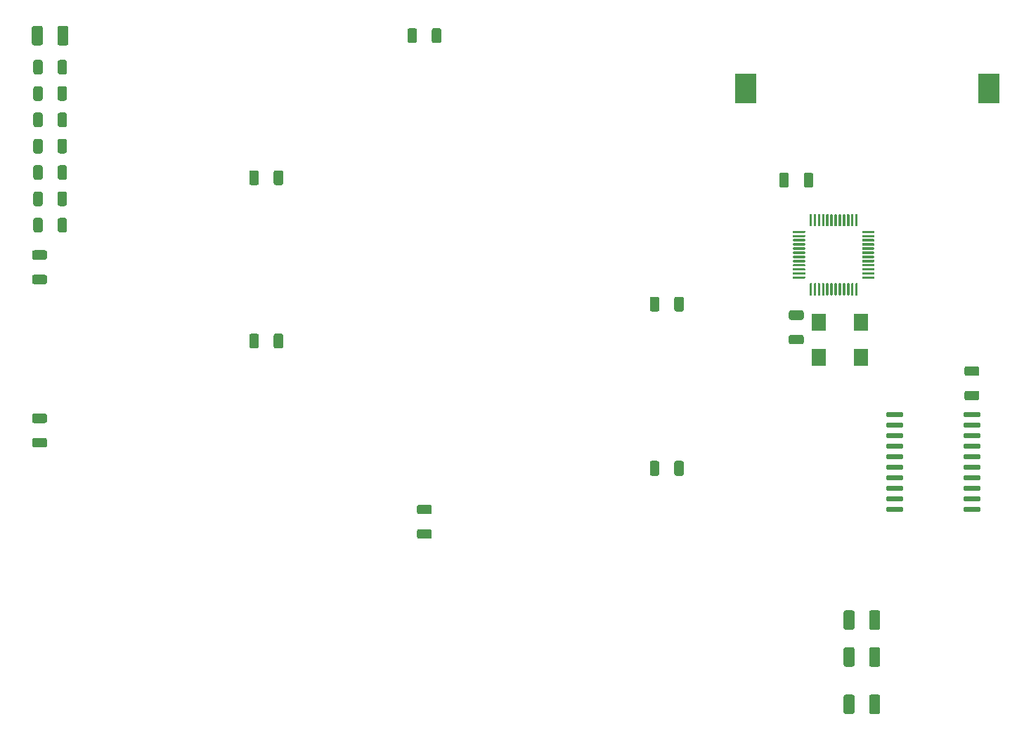
<source format=gbr>
%TF.GenerationSoftware,KiCad,Pcbnew,(5.1.9)-1*%
%TF.CreationDate,2021-09-28T09:37:07+08:00*%
%TF.ProjectId,EX-HX-Combo,45582d48-582d-4436-9f6d-626f2e6b6963,rev?*%
%TF.SameCoordinates,Original*%
%TF.FileFunction,Paste,Top*%
%TF.FilePolarity,Positive*%
%FSLAX46Y46*%
G04 Gerber Fmt 4.6, Leading zero omitted, Abs format (unit mm)*
G04 Created by KiCad (PCBNEW (5.1.9)-1) date 2021-09-28 09:37:07*
%MOMM*%
%LPD*%
G01*
G04 APERTURE LIST*
%ADD10R,1.800000X2.000000*%
%ADD11R,2.600000X3.600000*%
G04 APERTURE END LIST*
%TO.C,U7*%
G36*
G01*
X236375000Y-89660000D02*
X236375000Y-89360000D01*
G75*
G02*
X236525000Y-89210000I150000J0D01*
G01*
X238275000Y-89210000D01*
G75*
G02*
X238425000Y-89360000I0J-150000D01*
G01*
X238425000Y-89660000D01*
G75*
G02*
X238275000Y-89810000I-150000J0D01*
G01*
X236525000Y-89810000D01*
G75*
G02*
X236375000Y-89660000I0J150000D01*
G01*
G37*
G36*
G01*
X236375000Y-90930000D02*
X236375000Y-90630000D01*
G75*
G02*
X236525000Y-90480000I150000J0D01*
G01*
X238275000Y-90480000D01*
G75*
G02*
X238425000Y-90630000I0J-150000D01*
G01*
X238425000Y-90930000D01*
G75*
G02*
X238275000Y-91080000I-150000J0D01*
G01*
X236525000Y-91080000D01*
G75*
G02*
X236375000Y-90930000I0J150000D01*
G01*
G37*
G36*
G01*
X236375000Y-92200000D02*
X236375000Y-91900000D01*
G75*
G02*
X236525000Y-91750000I150000J0D01*
G01*
X238275000Y-91750000D01*
G75*
G02*
X238425000Y-91900000I0J-150000D01*
G01*
X238425000Y-92200000D01*
G75*
G02*
X238275000Y-92350000I-150000J0D01*
G01*
X236525000Y-92350000D01*
G75*
G02*
X236375000Y-92200000I0J150000D01*
G01*
G37*
G36*
G01*
X236375000Y-93470000D02*
X236375000Y-93170000D01*
G75*
G02*
X236525000Y-93020000I150000J0D01*
G01*
X238275000Y-93020000D01*
G75*
G02*
X238425000Y-93170000I0J-150000D01*
G01*
X238425000Y-93470000D01*
G75*
G02*
X238275000Y-93620000I-150000J0D01*
G01*
X236525000Y-93620000D01*
G75*
G02*
X236375000Y-93470000I0J150000D01*
G01*
G37*
G36*
G01*
X236375000Y-94740000D02*
X236375000Y-94440000D01*
G75*
G02*
X236525000Y-94290000I150000J0D01*
G01*
X238275000Y-94290000D01*
G75*
G02*
X238425000Y-94440000I0J-150000D01*
G01*
X238425000Y-94740000D01*
G75*
G02*
X238275000Y-94890000I-150000J0D01*
G01*
X236525000Y-94890000D01*
G75*
G02*
X236375000Y-94740000I0J150000D01*
G01*
G37*
G36*
G01*
X236375000Y-96010000D02*
X236375000Y-95710000D01*
G75*
G02*
X236525000Y-95560000I150000J0D01*
G01*
X238275000Y-95560000D01*
G75*
G02*
X238425000Y-95710000I0J-150000D01*
G01*
X238425000Y-96010000D01*
G75*
G02*
X238275000Y-96160000I-150000J0D01*
G01*
X236525000Y-96160000D01*
G75*
G02*
X236375000Y-96010000I0J150000D01*
G01*
G37*
G36*
G01*
X236375000Y-97280000D02*
X236375000Y-96980000D01*
G75*
G02*
X236525000Y-96830000I150000J0D01*
G01*
X238275000Y-96830000D01*
G75*
G02*
X238425000Y-96980000I0J-150000D01*
G01*
X238425000Y-97280000D01*
G75*
G02*
X238275000Y-97430000I-150000J0D01*
G01*
X236525000Y-97430000D01*
G75*
G02*
X236375000Y-97280000I0J150000D01*
G01*
G37*
G36*
G01*
X236375000Y-98550000D02*
X236375000Y-98250000D01*
G75*
G02*
X236525000Y-98100000I150000J0D01*
G01*
X238275000Y-98100000D01*
G75*
G02*
X238425000Y-98250000I0J-150000D01*
G01*
X238425000Y-98550000D01*
G75*
G02*
X238275000Y-98700000I-150000J0D01*
G01*
X236525000Y-98700000D01*
G75*
G02*
X236375000Y-98550000I0J150000D01*
G01*
G37*
G36*
G01*
X236375000Y-99820000D02*
X236375000Y-99520000D01*
G75*
G02*
X236525000Y-99370000I150000J0D01*
G01*
X238275000Y-99370000D01*
G75*
G02*
X238425000Y-99520000I0J-150000D01*
G01*
X238425000Y-99820000D01*
G75*
G02*
X238275000Y-99970000I-150000J0D01*
G01*
X236525000Y-99970000D01*
G75*
G02*
X236375000Y-99820000I0J150000D01*
G01*
G37*
G36*
G01*
X236375000Y-101090000D02*
X236375000Y-100790000D01*
G75*
G02*
X236525000Y-100640000I150000J0D01*
G01*
X238275000Y-100640000D01*
G75*
G02*
X238425000Y-100790000I0J-150000D01*
G01*
X238425000Y-101090000D01*
G75*
G02*
X238275000Y-101240000I-150000J0D01*
G01*
X236525000Y-101240000D01*
G75*
G02*
X236375000Y-101090000I0J150000D01*
G01*
G37*
G36*
G01*
X227075000Y-101090000D02*
X227075000Y-100790000D01*
G75*
G02*
X227225000Y-100640000I150000J0D01*
G01*
X228975000Y-100640000D01*
G75*
G02*
X229125000Y-100790000I0J-150000D01*
G01*
X229125000Y-101090000D01*
G75*
G02*
X228975000Y-101240000I-150000J0D01*
G01*
X227225000Y-101240000D01*
G75*
G02*
X227075000Y-101090000I0J150000D01*
G01*
G37*
G36*
G01*
X227075000Y-99820000D02*
X227075000Y-99520000D01*
G75*
G02*
X227225000Y-99370000I150000J0D01*
G01*
X228975000Y-99370000D01*
G75*
G02*
X229125000Y-99520000I0J-150000D01*
G01*
X229125000Y-99820000D01*
G75*
G02*
X228975000Y-99970000I-150000J0D01*
G01*
X227225000Y-99970000D01*
G75*
G02*
X227075000Y-99820000I0J150000D01*
G01*
G37*
G36*
G01*
X227075000Y-98550000D02*
X227075000Y-98250000D01*
G75*
G02*
X227225000Y-98100000I150000J0D01*
G01*
X228975000Y-98100000D01*
G75*
G02*
X229125000Y-98250000I0J-150000D01*
G01*
X229125000Y-98550000D01*
G75*
G02*
X228975000Y-98700000I-150000J0D01*
G01*
X227225000Y-98700000D01*
G75*
G02*
X227075000Y-98550000I0J150000D01*
G01*
G37*
G36*
G01*
X227075000Y-97280000D02*
X227075000Y-96980000D01*
G75*
G02*
X227225000Y-96830000I150000J0D01*
G01*
X228975000Y-96830000D01*
G75*
G02*
X229125000Y-96980000I0J-150000D01*
G01*
X229125000Y-97280000D01*
G75*
G02*
X228975000Y-97430000I-150000J0D01*
G01*
X227225000Y-97430000D01*
G75*
G02*
X227075000Y-97280000I0J150000D01*
G01*
G37*
G36*
G01*
X227075000Y-96010000D02*
X227075000Y-95710000D01*
G75*
G02*
X227225000Y-95560000I150000J0D01*
G01*
X228975000Y-95560000D01*
G75*
G02*
X229125000Y-95710000I0J-150000D01*
G01*
X229125000Y-96010000D01*
G75*
G02*
X228975000Y-96160000I-150000J0D01*
G01*
X227225000Y-96160000D01*
G75*
G02*
X227075000Y-96010000I0J150000D01*
G01*
G37*
G36*
G01*
X227075000Y-94740000D02*
X227075000Y-94440000D01*
G75*
G02*
X227225000Y-94290000I150000J0D01*
G01*
X228975000Y-94290000D01*
G75*
G02*
X229125000Y-94440000I0J-150000D01*
G01*
X229125000Y-94740000D01*
G75*
G02*
X228975000Y-94890000I-150000J0D01*
G01*
X227225000Y-94890000D01*
G75*
G02*
X227075000Y-94740000I0J150000D01*
G01*
G37*
G36*
G01*
X227075000Y-93470000D02*
X227075000Y-93170000D01*
G75*
G02*
X227225000Y-93020000I150000J0D01*
G01*
X228975000Y-93020000D01*
G75*
G02*
X229125000Y-93170000I0J-150000D01*
G01*
X229125000Y-93470000D01*
G75*
G02*
X228975000Y-93620000I-150000J0D01*
G01*
X227225000Y-93620000D01*
G75*
G02*
X227075000Y-93470000I0J150000D01*
G01*
G37*
G36*
G01*
X227075000Y-92200000D02*
X227075000Y-91900000D01*
G75*
G02*
X227225000Y-91750000I150000J0D01*
G01*
X228975000Y-91750000D01*
G75*
G02*
X229125000Y-91900000I0J-150000D01*
G01*
X229125000Y-92200000D01*
G75*
G02*
X228975000Y-92350000I-150000J0D01*
G01*
X227225000Y-92350000D01*
G75*
G02*
X227075000Y-92200000I0J150000D01*
G01*
G37*
G36*
G01*
X227075000Y-90930000D02*
X227075000Y-90630000D01*
G75*
G02*
X227225000Y-90480000I150000J0D01*
G01*
X228975000Y-90480000D01*
G75*
G02*
X229125000Y-90630000I0J-150000D01*
G01*
X229125000Y-90930000D01*
G75*
G02*
X228975000Y-91080000I-150000J0D01*
G01*
X227225000Y-91080000D01*
G75*
G02*
X227075000Y-90930000I0J150000D01*
G01*
G37*
G36*
G01*
X227075000Y-89660000D02*
X227075000Y-89360000D01*
G75*
G02*
X227225000Y-89210000I150000J0D01*
G01*
X228975000Y-89210000D01*
G75*
G02*
X229125000Y-89360000I0J-150000D01*
G01*
X229125000Y-89660000D01*
G75*
G02*
X228975000Y-89810000I-150000J0D01*
G01*
X227225000Y-89810000D01*
G75*
G02*
X227075000Y-89660000I0J150000D01*
G01*
G37*
%TD*%
D10*
%TO.C,U3*%
X218960000Y-82600000D03*
X224040000Y-82600000D03*
X224040000Y-78400000D03*
X218960000Y-78400000D03*
%TD*%
%TO.C,U6*%
G36*
G01*
X217850000Y-66750000D02*
X217850000Y-65425000D01*
G75*
G02*
X217925000Y-65350000I75000J0D01*
G01*
X218075000Y-65350000D01*
G75*
G02*
X218150000Y-65425000I0J-75000D01*
G01*
X218150000Y-66750000D01*
G75*
G02*
X218075000Y-66825000I-75000J0D01*
G01*
X217925000Y-66825000D01*
G75*
G02*
X217850000Y-66750000I0J75000D01*
G01*
G37*
G36*
G01*
X218350000Y-66750000D02*
X218350000Y-65425000D01*
G75*
G02*
X218425000Y-65350000I75000J0D01*
G01*
X218575000Y-65350000D01*
G75*
G02*
X218650000Y-65425000I0J-75000D01*
G01*
X218650000Y-66750000D01*
G75*
G02*
X218575000Y-66825000I-75000J0D01*
G01*
X218425000Y-66825000D01*
G75*
G02*
X218350000Y-66750000I0J75000D01*
G01*
G37*
G36*
G01*
X218850000Y-66750000D02*
X218850000Y-65425000D01*
G75*
G02*
X218925000Y-65350000I75000J0D01*
G01*
X219075000Y-65350000D01*
G75*
G02*
X219150000Y-65425000I0J-75000D01*
G01*
X219150000Y-66750000D01*
G75*
G02*
X219075000Y-66825000I-75000J0D01*
G01*
X218925000Y-66825000D01*
G75*
G02*
X218850000Y-66750000I0J75000D01*
G01*
G37*
G36*
G01*
X219350000Y-66750000D02*
X219350000Y-65425000D01*
G75*
G02*
X219425000Y-65350000I75000J0D01*
G01*
X219575000Y-65350000D01*
G75*
G02*
X219650000Y-65425000I0J-75000D01*
G01*
X219650000Y-66750000D01*
G75*
G02*
X219575000Y-66825000I-75000J0D01*
G01*
X219425000Y-66825000D01*
G75*
G02*
X219350000Y-66750000I0J75000D01*
G01*
G37*
G36*
G01*
X219850000Y-66750000D02*
X219850000Y-65425000D01*
G75*
G02*
X219925000Y-65350000I75000J0D01*
G01*
X220075000Y-65350000D01*
G75*
G02*
X220150000Y-65425000I0J-75000D01*
G01*
X220150000Y-66750000D01*
G75*
G02*
X220075000Y-66825000I-75000J0D01*
G01*
X219925000Y-66825000D01*
G75*
G02*
X219850000Y-66750000I0J75000D01*
G01*
G37*
G36*
G01*
X220350000Y-66750000D02*
X220350000Y-65425000D01*
G75*
G02*
X220425000Y-65350000I75000J0D01*
G01*
X220575000Y-65350000D01*
G75*
G02*
X220650000Y-65425000I0J-75000D01*
G01*
X220650000Y-66750000D01*
G75*
G02*
X220575000Y-66825000I-75000J0D01*
G01*
X220425000Y-66825000D01*
G75*
G02*
X220350000Y-66750000I0J75000D01*
G01*
G37*
G36*
G01*
X220850000Y-66750000D02*
X220850000Y-65425000D01*
G75*
G02*
X220925000Y-65350000I75000J0D01*
G01*
X221075000Y-65350000D01*
G75*
G02*
X221150000Y-65425000I0J-75000D01*
G01*
X221150000Y-66750000D01*
G75*
G02*
X221075000Y-66825000I-75000J0D01*
G01*
X220925000Y-66825000D01*
G75*
G02*
X220850000Y-66750000I0J75000D01*
G01*
G37*
G36*
G01*
X221350000Y-66750000D02*
X221350000Y-65425000D01*
G75*
G02*
X221425000Y-65350000I75000J0D01*
G01*
X221575000Y-65350000D01*
G75*
G02*
X221650000Y-65425000I0J-75000D01*
G01*
X221650000Y-66750000D01*
G75*
G02*
X221575000Y-66825000I-75000J0D01*
G01*
X221425000Y-66825000D01*
G75*
G02*
X221350000Y-66750000I0J75000D01*
G01*
G37*
G36*
G01*
X221850000Y-66750000D02*
X221850000Y-65425000D01*
G75*
G02*
X221925000Y-65350000I75000J0D01*
G01*
X222075000Y-65350000D01*
G75*
G02*
X222150000Y-65425000I0J-75000D01*
G01*
X222150000Y-66750000D01*
G75*
G02*
X222075000Y-66825000I-75000J0D01*
G01*
X221925000Y-66825000D01*
G75*
G02*
X221850000Y-66750000I0J75000D01*
G01*
G37*
G36*
G01*
X222350000Y-66750000D02*
X222350000Y-65425000D01*
G75*
G02*
X222425000Y-65350000I75000J0D01*
G01*
X222575000Y-65350000D01*
G75*
G02*
X222650000Y-65425000I0J-75000D01*
G01*
X222650000Y-66750000D01*
G75*
G02*
X222575000Y-66825000I-75000J0D01*
G01*
X222425000Y-66825000D01*
G75*
G02*
X222350000Y-66750000I0J75000D01*
G01*
G37*
G36*
G01*
X222850000Y-66750000D02*
X222850000Y-65425000D01*
G75*
G02*
X222925000Y-65350000I75000J0D01*
G01*
X223075000Y-65350000D01*
G75*
G02*
X223150000Y-65425000I0J-75000D01*
G01*
X223150000Y-66750000D01*
G75*
G02*
X223075000Y-66825000I-75000J0D01*
G01*
X222925000Y-66825000D01*
G75*
G02*
X222850000Y-66750000I0J75000D01*
G01*
G37*
G36*
G01*
X223350000Y-66750000D02*
X223350000Y-65425000D01*
G75*
G02*
X223425000Y-65350000I75000J0D01*
G01*
X223575000Y-65350000D01*
G75*
G02*
X223650000Y-65425000I0J-75000D01*
G01*
X223650000Y-66750000D01*
G75*
G02*
X223575000Y-66825000I-75000J0D01*
G01*
X223425000Y-66825000D01*
G75*
G02*
X223350000Y-66750000I0J75000D01*
G01*
G37*
G36*
G01*
X224175000Y-67575000D02*
X224175000Y-67425000D01*
G75*
G02*
X224250000Y-67350000I75000J0D01*
G01*
X225575000Y-67350000D01*
G75*
G02*
X225650000Y-67425000I0J-75000D01*
G01*
X225650000Y-67575000D01*
G75*
G02*
X225575000Y-67650000I-75000J0D01*
G01*
X224250000Y-67650000D01*
G75*
G02*
X224175000Y-67575000I0J75000D01*
G01*
G37*
G36*
G01*
X224175000Y-68075000D02*
X224175000Y-67925000D01*
G75*
G02*
X224250000Y-67850000I75000J0D01*
G01*
X225575000Y-67850000D01*
G75*
G02*
X225650000Y-67925000I0J-75000D01*
G01*
X225650000Y-68075000D01*
G75*
G02*
X225575000Y-68150000I-75000J0D01*
G01*
X224250000Y-68150000D01*
G75*
G02*
X224175000Y-68075000I0J75000D01*
G01*
G37*
G36*
G01*
X224175000Y-68575000D02*
X224175000Y-68425000D01*
G75*
G02*
X224250000Y-68350000I75000J0D01*
G01*
X225575000Y-68350000D01*
G75*
G02*
X225650000Y-68425000I0J-75000D01*
G01*
X225650000Y-68575000D01*
G75*
G02*
X225575000Y-68650000I-75000J0D01*
G01*
X224250000Y-68650000D01*
G75*
G02*
X224175000Y-68575000I0J75000D01*
G01*
G37*
G36*
G01*
X224175000Y-69075000D02*
X224175000Y-68925000D01*
G75*
G02*
X224250000Y-68850000I75000J0D01*
G01*
X225575000Y-68850000D01*
G75*
G02*
X225650000Y-68925000I0J-75000D01*
G01*
X225650000Y-69075000D01*
G75*
G02*
X225575000Y-69150000I-75000J0D01*
G01*
X224250000Y-69150000D01*
G75*
G02*
X224175000Y-69075000I0J75000D01*
G01*
G37*
G36*
G01*
X224175000Y-69575000D02*
X224175000Y-69425000D01*
G75*
G02*
X224250000Y-69350000I75000J0D01*
G01*
X225575000Y-69350000D01*
G75*
G02*
X225650000Y-69425000I0J-75000D01*
G01*
X225650000Y-69575000D01*
G75*
G02*
X225575000Y-69650000I-75000J0D01*
G01*
X224250000Y-69650000D01*
G75*
G02*
X224175000Y-69575000I0J75000D01*
G01*
G37*
G36*
G01*
X224175000Y-70075000D02*
X224175000Y-69925000D01*
G75*
G02*
X224250000Y-69850000I75000J0D01*
G01*
X225575000Y-69850000D01*
G75*
G02*
X225650000Y-69925000I0J-75000D01*
G01*
X225650000Y-70075000D01*
G75*
G02*
X225575000Y-70150000I-75000J0D01*
G01*
X224250000Y-70150000D01*
G75*
G02*
X224175000Y-70075000I0J75000D01*
G01*
G37*
G36*
G01*
X224175000Y-70575000D02*
X224175000Y-70425000D01*
G75*
G02*
X224250000Y-70350000I75000J0D01*
G01*
X225575000Y-70350000D01*
G75*
G02*
X225650000Y-70425000I0J-75000D01*
G01*
X225650000Y-70575000D01*
G75*
G02*
X225575000Y-70650000I-75000J0D01*
G01*
X224250000Y-70650000D01*
G75*
G02*
X224175000Y-70575000I0J75000D01*
G01*
G37*
G36*
G01*
X224175000Y-71075000D02*
X224175000Y-70925000D01*
G75*
G02*
X224250000Y-70850000I75000J0D01*
G01*
X225575000Y-70850000D01*
G75*
G02*
X225650000Y-70925000I0J-75000D01*
G01*
X225650000Y-71075000D01*
G75*
G02*
X225575000Y-71150000I-75000J0D01*
G01*
X224250000Y-71150000D01*
G75*
G02*
X224175000Y-71075000I0J75000D01*
G01*
G37*
G36*
G01*
X224175000Y-71575000D02*
X224175000Y-71425000D01*
G75*
G02*
X224250000Y-71350000I75000J0D01*
G01*
X225575000Y-71350000D01*
G75*
G02*
X225650000Y-71425000I0J-75000D01*
G01*
X225650000Y-71575000D01*
G75*
G02*
X225575000Y-71650000I-75000J0D01*
G01*
X224250000Y-71650000D01*
G75*
G02*
X224175000Y-71575000I0J75000D01*
G01*
G37*
G36*
G01*
X224175000Y-72075000D02*
X224175000Y-71925000D01*
G75*
G02*
X224250000Y-71850000I75000J0D01*
G01*
X225575000Y-71850000D01*
G75*
G02*
X225650000Y-71925000I0J-75000D01*
G01*
X225650000Y-72075000D01*
G75*
G02*
X225575000Y-72150000I-75000J0D01*
G01*
X224250000Y-72150000D01*
G75*
G02*
X224175000Y-72075000I0J75000D01*
G01*
G37*
G36*
G01*
X224175000Y-72575000D02*
X224175000Y-72425000D01*
G75*
G02*
X224250000Y-72350000I75000J0D01*
G01*
X225575000Y-72350000D01*
G75*
G02*
X225650000Y-72425000I0J-75000D01*
G01*
X225650000Y-72575000D01*
G75*
G02*
X225575000Y-72650000I-75000J0D01*
G01*
X224250000Y-72650000D01*
G75*
G02*
X224175000Y-72575000I0J75000D01*
G01*
G37*
G36*
G01*
X224175000Y-73075000D02*
X224175000Y-72925000D01*
G75*
G02*
X224250000Y-72850000I75000J0D01*
G01*
X225575000Y-72850000D01*
G75*
G02*
X225650000Y-72925000I0J-75000D01*
G01*
X225650000Y-73075000D01*
G75*
G02*
X225575000Y-73150000I-75000J0D01*
G01*
X224250000Y-73150000D01*
G75*
G02*
X224175000Y-73075000I0J75000D01*
G01*
G37*
G36*
G01*
X223350000Y-75075000D02*
X223350000Y-73750000D01*
G75*
G02*
X223425000Y-73675000I75000J0D01*
G01*
X223575000Y-73675000D01*
G75*
G02*
X223650000Y-73750000I0J-75000D01*
G01*
X223650000Y-75075000D01*
G75*
G02*
X223575000Y-75150000I-75000J0D01*
G01*
X223425000Y-75150000D01*
G75*
G02*
X223350000Y-75075000I0J75000D01*
G01*
G37*
G36*
G01*
X222850000Y-75075000D02*
X222850000Y-73750000D01*
G75*
G02*
X222925000Y-73675000I75000J0D01*
G01*
X223075000Y-73675000D01*
G75*
G02*
X223150000Y-73750000I0J-75000D01*
G01*
X223150000Y-75075000D01*
G75*
G02*
X223075000Y-75150000I-75000J0D01*
G01*
X222925000Y-75150000D01*
G75*
G02*
X222850000Y-75075000I0J75000D01*
G01*
G37*
G36*
G01*
X222350000Y-75075000D02*
X222350000Y-73750000D01*
G75*
G02*
X222425000Y-73675000I75000J0D01*
G01*
X222575000Y-73675000D01*
G75*
G02*
X222650000Y-73750000I0J-75000D01*
G01*
X222650000Y-75075000D01*
G75*
G02*
X222575000Y-75150000I-75000J0D01*
G01*
X222425000Y-75150000D01*
G75*
G02*
X222350000Y-75075000I0J75000D01*
G01*
G37*
G36*
G01*
X221850000Y-75075000D02*
X221850000Y-73750000D01*
G75*
G02*
X221925000Y-73675000I75000J0D01*
G01*
X222075000Y-73675000D01*
G75*
G02*
X222150000Y-73750000I0J-75000D01*
G01*
X222150000Y-75075000D01*
G75*
G02*
X222075000Y-75150000I-75000J0D01*
G01*
X221925000Y-75150000D01*
G75*
G02*
X221850000Y-75075000I0J75000D01*
G01*
G37*
G36*
G01*
X221350000Y-75075000D02*
X221350000Y-73750000D01*
G75*
G02*
X221425000Y-73675000I75000J0D01*
G01*
X221575000Y-73675000D01*
G75*
G02*
X221650000Y-73750000I0J-75000D01*
G01*
X221650000Y-75075000D01*
G75*
G02*
X221575000Y-75150000I-75000J0D01*
G01*
X221425000Y-75150000D01*
G75*
G02*
X221350000Y-75075000I0J75000D01*
G01*
G37*
G36*
G01*
X220850000Y-75075000D02*
X220850000Y-73750000D01*
G75*
G02*
X220925000Y-73675000I75000J0D01*
G01*
X221075000Y-73675000D01*
G75*
G02*
X221150000Y-73750000I0J-75000D01*
G01*
X221150000Y-75075000D01*
G75*
G02*
X221075000Y-75150000I-75000J0D01*
G01*
X220925000Y-75150000D01*
G75*
G02*
X220850000Y-75075000I0J75000D01*
G01*
G37*
G36*
G01*
X220350000Y-75075000D02*
X220350000Y-73750000D01*
G75*
G02*
X220425000Y-73675000I75000J0D01*
G01*
X220575000Y-73675000D01*
G75*
G02*
X220650000Y-73750000I0J-75000D01*
G01*
X220650000Y-75075000D01*
G75*
G02*
X220575000Y-75150000I-75000J0D01*
G01*
X220425000Y-75150000D01*
G75*
G02*
X220350000Y-75075000I0J75000D01*
G01*
G37*
G36*
G01*
X219850000Y-75075000D02*
X219850000Y-73750000D01*
G75*
G02*
X219925000Y-73675000I75000J0D01*
G01*
X220075000Y-73675000D01*
G75*
G02*
X220150000Y-73750000I0J-75000D01*
G01*
X220150000Y-75075000D01*
G75*
G02*
X220075000Y-75150000I-75000J0D01*
G01*
X219925000Y-75150000D01*
G75*
G02*
X219850000Y-75075000I0J75000D01*
G01*
G37*
G36*
G01*
X219350000Y-75075000D02*
X219350000Y-73750000D01*
G75*
G02*
X219425000Y-73675000I75000J0D01*
G01*
X219575000Y-73675000D01*
G75*
G02*
X219650000Y-73750000I0J-75000D01*
G01*
X219650000Y-75075000D01*
G75*
G02*
X219575000Y-75150000I-75000J0D01*
G01*
X219425000Y-75150000D01*
G75*
G02*
X219350000Y-75075000I0J75000D01*
G01*
G37*
G36*
G01*
X218850000Y-75075000D02*
X218850000Y-73750000D01*
G75*
G02*
X218925000Y-73675000I75000J0D01*
G01*
X219075000Y-73675000D01*
G75*
G02*
X219150000Y-73750000I0J-75000D01*
G01*
X219150000Y-75075000D01*
G75*
G02*
X219075000Y-75150000I-75000J0D01*
G01*
X218925000Y-75150000D01*
G75*
G02*
X218850000Y-75075000I0J75000D01*
G01*
G37*
G36*
G01*
X218350000Y-75075000D02*
X218350000Y-73750000D01*
G75*
G02*
X218425000Y-73675000I75000J0D01*
G01*
X218575000Y-73675000D01*
G75*
G02*
X218650000Y-73750000I0J-75000D01*
G01*
X218650000Y-75075000D01*
G75*
G02*
X218575000Y-75150000I-75000J0D01*
G01*
X218425000Y-75150000D01*
G75*
G02*
X218350000Y-75075000I0J75000D01*
G01*
G37*
G36*
G01*
X217850000Y-75075000D02*
X217850000Y-73750000D01*
G75*
G02*
X217925000Y-73675000I75000J0D01*
G01*
X218075000Y-73675000D01*
G75*
G02*
X218150000Y-73750000I0J-75000D01*
G01*
X218150000Y-75075000D01*
G75*
G02*
X218075000Y-75150000I-75000J0D01*
G01*
X217925000Y-75150000D01*
G75*
G02*
X217850000Y-75075000I0J75000D01*
G01*
G37*
G36*
G01*
X215850000Y-73075000D02*
X215850000Y-72925000D01*
G75*
G02*
X215925000Y-72850000I75000J0D01*
G01*
X217250000Y-72850000D01*
G75*
G02*
X217325000Y-72925000I0J-75000D01*
G01*
X217325000Y-73075000D01*
G75*
G02*
X217250000Y-73150000I-75000J0D01*
G01*
X215925000Y-73150000D01*
G75*
G02*
X215850000Y-73075000I0J75000D01*
G01*
G37*
G36*
G01*
X215850000Y-72575000D02*
X215850000Y-72425000D01*
G75*
G02*
X215925000Y-72350000I75000J0D01*
G01*
X217250000Y-72350000D01*
G75*
G02*
X217325000Y-72425000I0J-75000D01*
G01*
X217325000Y-72575000D01*
G75*
G02*
X217250000Y-72650000I-75000J0D01*
G01*
X215925000Y-72650000D01*
G75*
G02*
X215850000Y-72575000I0J75000D01*
G01*
G37*
G36*
G01*
X215850000Y-72075000D02*
X215850000Y-71925000D01*
G75*
G02*
X215925000Y-71850000I75000J0D01*
G01*
X217250000Y-71850000D01*
G75*
G02*
X217325000Y-71925000I0J-75000D01*
G01*
X217325000Y-72075000D01*
G75*
G02*
X217250000Y-72150000I-75000J0D01*
G01*
X215925000Y-72150000D01*
G75*
G02*
X215850000Y-72075000I0J75000D01*
G01*
G37*
G36*
G01*
X215850000Y-71575000D02*
X215850000Y-71425000D01*
G75*
G02*
X215925000Y-71350000I75000J0D01*
G01*
X217250000Y-71350000D01*
G75*
G02*
X217325000Y-71425000I0J-75000D01*
G01*
X217325000Y-71575000D01*
G75*
G02*
X217250000Y-71650000I-75000J0D01*
G01*
X215925000Y-71650000D01*
G75*
G02*
X215850000Y-71575000I0J75000D01*
G01*
G37*
G36*
G01*
X215850000Y-71075000D02*
X215850000Y-70925000D01*
G75*
G02*
X215925000Y-70850000I75000J0D01*
G01*
X217250000Y-70850000D01*
G75*
G02*
X217325000Y-70925000I0J-75000D01*
G01*
X217325000Y-71075000D01*
G75*
G02*
X217250000Y-71150000I-75000J0D01*
G01*
X215925000Y-71150000D01*
G75*
G02*
X215850000Y-71075000I0J75000D01*
G01*
G37*
G36*
G01*
X215850000Y-70575000D02*
X215850000Y-70425000D01*
G75*
G02*
X215925000Y-70350000I75000J0D01*
G01*
X217250000Y-70350000D01*
G75*
G02*
X217325000Y-70425000I0J-75000D01*
G01*
X217325000Y-70575000D01*
G75*
G02*
X217250000Y-70650000I-75000J0D01*
G01*
X215925000Y-70650000D01*
G75*
G02*
X215850000Y-70575000I0J75000D01*
G01*
G37*
G36*
G01*
X215850000Y-70075000D02*
X215850000Y-69925000D01*
G75*
G02*
X215925000Y-69850000I75000J0D01*
G01*
X217250000Y-69850000D01*
G75*
G02*
X217325000Y-69925000I0J-75000D01*
G01*
X217325000Y-70075000D01*
G75*
G02*
X217250000Y-70150000I-75000J0D01*
G01*
X215925000Y-70150000D01*
G75*
G02*
X215850000Y-70075000I0J75000D01*
G01*
G37*
G36*
G01*
X215850000Y-69575000D02*
X215850000Y-69425000D01*
G75*
G02*
X215925000Y-69350000I75000J0D01*
G01*
X217250000Y-69350000D01*
G75*
G02*
X217325000Y-69425000I0J-75000D01*
G01*
X217325000Y-69575000D01*
G75*
G02*
X217250000Y-69650000I-75000J0D01*
G01*
X215925000Y-69650000D01*
G75*
G02*
X215850000Y-69575000I0J75000D01*
G01*
G37*
G36*
G01*
X215850000Y-69075000D02*
X215850000Y-68925000D01*
G75*
G02*
X215925000Y-68850000I75000J0D01*
G01*
X217250000Y-68850000D01*
G75*
G02*
X217325000Y-68925000I0J-75000D01*
G01*
X217325000Y-69075000D01*
G75*
G02*
X217250000Y-69150000I-75000J0D01*
G01*
X215925000Y-69150000D01*
G75*
G02*
X215850000Y-69075000I0J75000D01*
G01*
G37*
G36*
G01*
X215850000Y-68575000D02*
X215850000Y-68425000D01*
G75*
G02*
X215925000Y-68350000I75000J0D01*
G01*
X217250000Y-68350000D01*
G75*
G02*
X217325000Y-68425000I0J-75000D01*
G01*
X217325000Y-68575000D01*
G75*
G02*
X217250000Y-68650000I-75000J0D01*
G01*
X215925000Y-68650000D01*
G75*
G02*
X215850000Y-68575000I0J75000D01*
G01*
G37*
G36*
G01*
X215850000Y-68075000D02*
X215850000Y-67925000D01*
G75*
G02*
X215925000Y-67850000I75000J0D01*
G01*
X217250000Y-67850000D01*
G75*
G02*
X217325000Y-67925000I0J-75000D01*
G01*
X217325000Y-68075000D01*
G75*
G02*
X217250000Y-68150000I-75000J0D01*
G01*
X215925000Y-68150000D01*
G75*
G02*
X215850000Y-68075000I0J75000D01*
G01*
G37*
G36*
G01*
X215850000Y-67575000D02*
X215850000Y-67425000D01*
G75*
G02*
X215925000Y-67350000I75000J0D01*
G01*
X217250000Y-67350000D01*
G75*
G02*
X217325000Y-67425000I0J-75000D01*
G01*
X217325000Y-67575000D01*
G75*
G02*
X217250000Y-67650000I-75000J0D01*
G01*
X215925000Y-67650000D01*
G75*
G02*
X215850000Y-67575000I0J75000D01*
G01*
G37*
%TD*%
%TO.C,C13*%
G36*
G01*
X127240000Y-44740003D02*
X127240000Y-42889997D01*
G75*
G02*
X127489997Y-42640000I249997J0D01*
G01*
X128315003Y-42640000D01*
G75*
G02*
X128565000Y-42889997I0J-249997D01*
G01*
X128565000Y-44740003D01*
G75*
G02*
X128315003Y-44990000I-249997J0D01*
G01*
X127489997Y-44990000D01*
G75*
G02*
X127240000Y-44740003I0J249997D01*
G01*
G37*
G36*
G01*
X124165000Y-44740003D02*
X124165000Y-42889997D01*
G75*
G02*
X124414997Y-42640000I249997J0D01*
G01*
X125240003Y-42640000D01*
G75*
G02*
X125490000Y-42889997I0J-249997D01*
G01*
X125490000Y-44740003D01*
G75*
G02*
X125240003Y-44990000I-249997J0D01*
G01*
X124414997Y-44990000D01*
G75*
G02*
X124165000Y-44740003I0J249997D01*
G01*
G37*
%TD*%
%TO.C,C14*%
G36*
G01*
X225030000Y-115225003D02*
X225030000Y-113374997D01*
G75*
G02*
X225279997Y-113125000I249997J0D01*
G01*
X226105003Y-113125000D01*
G75*
G02*
X226355000Y-113374997I0J-249997D01*
G01*
X226355000Y-115225003D01*
G75*
G02*
X226105003Y-115475000I-249997J0D01*
G01*
X225279997Y-115475000D01*
G75*
G02*
X225030000Y-115225003I0J249997D01*
G01*
G37*
G36*
G01*
X221955000Y-115225003D02*
X221955000Y-113374997D01*
G75*
G02*
X222204997Y-113125000I249997J0D01*
G01*
X223030003Y-113125000D01*
G75*
G02*
X223280000Y-113374997I0J-249997D01*
G01*
X223280000Y-115225003D01*
G75*
G02*
X223030003Y-115475000I-249997J0D01*
G01*
X222204997Y-115475000D01*
G75*
G02*
X221955000Y-115225003I0J249997D01*
G01*
G37*
%TD*%
%TO.C,C12*%
G36*
G01*
X225030000Y-125385003D02*
X225030000Y-123534997D01*
G75*
G02*
X225279997Y-123285000I249997J0D01*
G01*
X226105003Y-123285000D01*
G75*
G02*
X226355000Y-123534997I0J-249997D01*
G01*
X226355000Y-125385003D01*
G75*
G02*
X226105003Y-125635000I-249997J0D01*
G01*
X225279997Y-125635000D01*
G75*
G02*
X225030000Y-125385003I0J249997D01*
G01*
G37*
G36*
G01*
X221955000Y-125385003D02*
X221955000Y-123534997D01*
G75*
G02*
X222204997Y-123285000I249997J0D01*
G01*
X223030003Y-123285000D01*
G75*
G02*
X223280000Y-123534997I0J-249997D01*
G01*
X223280000Y-125385003D01*
G75*
G02*
X223030003Y-125635000I-249997J0D01*
G01*
X222204997Y-125635000D01*
G75*
G02*
X221955000Y-125385003I0J249997D01*
G01*
G37*
%TD*%
%TO.C,C15*%
G36*
G01*
X225030000Y-119670003D02*
X225030000Y-117819997D01*
G75*
G02*
X225279997Y-117570000I249997J0D01*
G01*
X226105003Y-117570000D01*
G75*
G02*
X226355000Y-117819997I0J-249997D01*
G01*
X226355000Y-119670003D01*
G75*
G02*
X226105003Y-119920000I-249997J0D01*
G01*
X225279997Y-119920000D01*
G75*
G02*
X225030000Y-119670003I0J249997D01*
G01*
G37*
G36*
G01*
X221955000Y-119670003D02*
X221955000Y-117819997D01*
G75*
G02*
X222204997Y-117570000I249997J0D01*
G01*
X223030003Y-117570000D01*
G75*
G02*
X223280000Y-117819997I0J-249997D01*
G01*
X223280000Y-119670003D01*
G75*
G02*
X223030003Y-119920000I-249997J0D01*
G01*
X222204997Y-119920000D01*
G75*
G02*
X221955000Y-119670003I0J249997D01*
G01*
G37*
%TD*%
%TO.C,C11*%
G36*
G01*
X199760000Y-75549999D02*
X199760000Y-76850001D01*
G75*
G02*
X199510001Y-77100000I-249999J0D01*
G01*
X198859999Y-77100000D01*
G75*
G02*
X198610000Y-76850001I0J249999D01*
G01*
X198610000Y-75549999D01*
G75*
G02*
X198859999Y-75300000I249999J0D01*
G01*
X199510001Y-75300000D01*
G75*
G02*
X199760000Y-75549999I0J-249999D01*
G01*
G37*
G36*
G01*
X202710000Y-75549999D02*
X202710000Y-76850001D01*
G75*
G02*
X202460001Y-77100000I-249999J0D01*
G01*
X201809999Y-77100000D01*
G75*
G02*
X201560000Y-76850001I0J249999D01*
G01*
X201560000Y-75549999D01*
G75*
G02*
X201809999Y-75300000I249999J0D01*
G01*
X202460001Y-75300000D01*
G75*
G02*
X202710000Y-75549999I0J-249999D01*
G01*
G37*
%TD*%
%TO.C,C10*%
G36*
G01*
X199760000Y-95349999D02*
X199760000Y-96650001D01*
G75*
G02*
X199510001Y-96900000I-249999J0D01*
G01*
X198859999Y-96900000D01*
G75*
G02*
X198610000Y-96650001I0J249999D01*
G01*
X198610000Y-95349999D01*
G75*
G02*
X198859999Y-95100000I249999J0D01*
G01*
X199510001Y-95100000D01*
G75*
G02*
X199760000Y-95349999I0J-249999D01*
G01*
G37*
G36*
G01*
X202710000Y-95349999D02*
X202710000Y-96650001D01*
G75*
G02*
X202460001Y-96900000I-249999J0D01*
G01*
X201809999Y-96900000D01*
G75*
G02*
X201560000Y-96650001I0J249999D01*
G01*
X201560000Y-95349999D01*
G75*
G02*
X201809999Y-95100000I249999J0D01*
G01*
X202460001Y-95100000D01*
G75*
G02*
X202710000Y-95349999I0J-249999D01*
G01*
G37*
%TD*%
%TO.C,R7*%
G36*
G01*
X127265000Y-48250003D02*
X127265000Y-46999997D01*
G75*
G02*
X127514997Y-46750000I249997J0D01*
G01*
X128140003Y-46750000D01*
G75*
G02*
X128390000Y-46999997I0J-249997D01*
G01*
X128390000Y-48250003D01*
G75*
G02*
X128140003Y-48500000I-249997J0D01*
G01*
X127514997Y-48500000D01*
G75*
G02*
X127265000Y-48250003I0J249997D01*
G01*
G37*
G36*
G01*
X124340000Y-48250003D02*
X124340000Y-46999997D01*
G75*
G02*
X124589997Y-46750000I249997J0D01*
G01*
X125215003Y-46750000D01*
G75*
G02*
X125465000Y-46999997I0J-249997D01*
G01*
X125465000Y-48250003D01*
G75*
G02*
X125215003Y-48500000I-249997J0D01*
G01*
X124589997Y-48500000D01*
G75*
G02*
X124340000Y-48250003I0J249997D01*
G01*
G37*
%TD*%
%TO.C,R6*%
G36*
G01*
X127265000Y-51425003D02*
X127265000Y-50174997D01*
G75*
G02*
X127514997Y-49925000I249997J0D01*
G01*
X128140003Y-49925000D01*
G75*
G02*
X128390000Y-50174997I0J-249997D01*
G01*
X128390000Y-51425003D01*
G75*
G02*
X128140003Y-51675000I-249997J0D01*
G01*
X127514997Y-51675000D01*
G75*
G02*
X127265000Y-51425003I0J249997D01*
G01*
G37*
G36*
G01*
X124340000Y-51425003D02*
X124340000Y-50174997D01*
G75*
G02*
X124589997Y-49925000I249997J0D01*
G01*
X125215003Y-49925000D01*
G75*
G02*
X125465000Y-50174997I0J-249997D01*
G01*
X125465000Y-51425003D01*
G75*
G02*
X125215003Y-51675000I-249997J0D01*
G01*
X124589997Y-51675000D01*
G75*
G02*
X124340000Y-51425003I0J249997D01*
G01*
G37*
%TD*%
%TO.C,R5*%
G36*
G01*
X127265000Y-54600003D02*
X127265000Y-53349997D01*
G75*
G02*
X127514997Y-53100000I249997J0D01*
G01*
X128140003Y-53100000D01*
G75*
G02*
X128390000Y-53349997I0J-249997D01*
G01*
X128390000Y-54600003D01*
G75*
G02*
X128140003Y-54850000I-249997J0D01*
G01*
X127514997Y-54850000D01*
G75*
G02*
X127265000Y-54600003I0J249997D01*
G01*
G37*
G36*
G01*
X124340000Y-54600003D02*
X124340000Y-53349997D01*
G75*
G02*
X124589997Y-53100000I249997J0D01*
G01*
X125215003Y-53100000D01*
G75*
G02*
X125465000Y-53349997I0J-249997D01*
G01*
X125465000Y-54600003D01*
G75*
G02*
X125215003Y-54850000I-249997J0D01*
G01*
X124589997Y-54850000D01*
G75*
G02*
X124340000Y-54600003I0J249997D01*
G01*
G37*
%TD*%
%TO.C,R4*%
G36*
G01*
X127265000Y-57775003D02*
X127265000Y-56524997D01*
G75*
G02*
X127514997Y-56275000I249997J0D01*
G01*
X128140003Y-56275000D01*
G75*
G02*
X128390000Y-56524997I0J-249997D01*
G01*
X128390000Y-57775003D01*
G75*
G02*
X128140003Y-58025000I-249997J0D01*
G01*
X127514997Y-58025000D01*
G75*
G02*
X127265000Y-57775003I0J249997D01*
G01*
G37*
G36*
G01*
X124340000Y-57775003D02*
X124340000Y-56524997D01*
G75*
G02*
X124589997Y-56275000I249997J0D01*
G01*
X125215003Y-56275000D01*
G75*
G02*
X125465000Y-56524997I0J-249997D01*
G01*
X125465000Y-57775003D01*
G75*
G02*
X125215003Y-58025000I-249997J0D01*
G01*
X124589997Y-58025000D01*
G75*
G02*
X124340000Y-57775003I0J249997D01*
G01*
G37*
%TD*%
%TO.C,R3*%
G36*
G01*
X127265000Y-60950003D02*
X127265000Y-59699997D01*
G75*
G02*
X127514997Y-59450000I249997J0D01*
G01*
X128140003Y-59450000D01*
G75*
G02*
X128390000Y-59699997I0J-249997D01*
G01*
X128390000Y-60950003D01*
G75*
G02*
X128140003Y-61200000I-249997J0D01*
G01*
X127514997Y-61200000D01*
G75*
G02*
X127265000Y-60950003I0J249997D01*
G01*
G37*
G36*
G01*
X124340000Y-60950003D02*
X124340000Y-59699997D01*
G75*
G02*
X124589997Y-59450000I249997J0D01*
G01*
X125215003Y-59450000D01*
G75*
G02*
X125465000Y-59699997I0J-249997D01*
G01*
X125465000Y-60950003D01*
G75*
G02*
X125215003Y-61200000I-249997J0D01*
G01*
X124589997Y-61200000D01*
G75*
G02*
X124340000Y-60950003I0J249997D01*
G01*
G37*
%TD*%
%TO.C,R2*%
G36*
G01*
X127265000Y-64125003D02*
X127265000Y-62874997D01*
G75*
G02*
X127514997Y-62625000I249997J0D01*
G01*
X128140003Y-62625000D01*
G75*
G02*
X128390000Y-62874997I0J-249997D01*
G01*
X128390000Y-64125003D01*
G75*
G02*
X128140003Y-64375000I-249997J0D01*
G01*
X127514997Y-64375000D01*
G75*
G02*
X127265000Y-64125003I0J249997D01*
G01*
G37*
G36*
G01*
X124340000Y-64125003D02*
X124340000Y-62874997D01*
G75*
G02*
X124589997Y-62625000I249997J0D01*
G01*
X125215003Y-62625000D01*
G75*
G02*
X125465000Y-62874997I0J-249997D01*
G01*
X125465000Y-64125003D01*
G75*
G02*
X125215003Y-64375000I-249997J0D01*
G01*
X124589997Y-64375000D01*
G75*
G02*
X124340000Y-64125003I0J249997D01*
G01*
G37*
%TD*%
%TO.C,R1*%
G36*
G01*
X127265000Y-67300003D02*
X127265000Y-66049997D01*
G75*
G02*
X127514997Y-65800000I249997J0D01*
G01*
X128140003Y-65800000D01*
G75*
G02*
X128390000Y-66049997I0J-249997D01*
G01*
X128390000Y-67300003D01*
G75*
G02*
X128140003Y-67550000I-249997J0D01*
G01*
X127514997Y-67550000D01*
G75*
G02*
X127265000Y-67300003I0J249997D01*
G01*
G37*
G36*
G01*
X124340000Y-67300003D02*
X124340000Y-66049997D01*
G75*
G02*
X124589997Y-65800000I249997J0D01*
G01*
X125215003Y-65800000D01*
G75*
G02*
X125465000Y-66049997I0J-249997D01*
G01*
X125465000Y-67300003D01*
G75*
G02*
X125215003Y-67550000I-249997J0D01*
G01*
X124589997Y-67550000D01*
G75*
G02*
X124340000Y-67300003I0J249997D01*
G01*
G37*
%TD*%
%TO.C,C9*%
G36*
G01*
X125745001Y-90540000D02*
X124444999Y-90540000D01*
G75*
G02*
X124195000Y-90290001I0J249999D01*
G01*
X124195000Y-89639999D01*
G75*
G02*
X124444999Y-89390000I249999J0D01*
G01*
X125745001Y-89390000D01*
G75*
G02*
X125995000Y-89639999I0J-249999D01*
G01*
X125995000Y-90290001D01*
G75*
G02*
X125745001Y-90540000I-249999J0D01*
G01*
G37*
G36*
G01*
X125745001Y-93490000D02*
X124444999Y-93490000D01*
G75*
G02*
X124195000Y-93240001I0J249999D01*
G01*
X124195000Y-92589999D01*
G75*
G02*
X124444999Y-92340000I249999J0D01*
G01*
X125745001Y-92340000D01*
G75*
G02*
X125995000Y-92589999I0J-249999D01*
G01*
X125995000Y-93240001D01*
G75*
G02*
X125745001Y-93490000I-249999J0D01*
G01*
G37*
%TD*%
%TO.C,C8*%
G36*
G01*
X125745001Y-70855000D02*
X124444999Y-70855000D01*
G75*
G02*
X124195000Y-70605001I0J249999D01*
G01*
X124195000Y-69954999D01*
G75*
G02*
X124444999Y-69705000I249999J0D01*
G01*
X125745001Y-69705000D01*
G75*
G02*
X125995000Y-69954999I0J-249999D01*
G01*
X125995000Y-70605001D01*
G75*
G02*
X125745001Y-70855000I-249999J0D01*
G01*
G37*
G36*
G01*
X125745001Y-73805000D02*
X124444999Y-73805000D01*
G75*
G02*
X124195000Y-73555001I0J249999D01*
G01*
X124195000Y-72904999D01*
G75*
G02*
X124444999Y-72655000I249999J0D01*
G01*
X125745001Y-72655000D01*
G75*
G02*
X125995000Y-72904999I0J-249999D01*
G01*
X125995000Y-73555001D01*
G75*
G02*
X125745001Y-73805000I-249999J0D01*
G01*
G37*
%TD*%
%TO.C,C7*%
G36*
G01*
X238050001Y-84850000D02*
X236749999Y-84850000D01*
G75*
G02*
X236500000Y-84600001I0J249999D01*
G01*
X236500000Y-83949999D01*
G75*
G02*
X236749999Y-83700000I249999J0D01*
G01*
X238050001Y-83700000D01*
G75*
G02*
X238300000Y-83949999I0J-249999D01*
G01*
X238300000Y-84600001D01*
G75*
G02*
X238050001Y-84850000I-249999J0D01*
G01*
G37*
G36*
G01*
X238050001Y-87800000D02*
X236749999Y-87800000D01*
G75*
G02*
X236500000Y-87550001I0J249999D01*
G01*
X236500000Y-86899999D01*
G75*
G02*
X236749999Y-86650000I249999J0D01*
G01*
X238050001Y-86650000D01*
G75*
G02*
X238300000Y-86899999I0J-249999D01*
G01*
X238300000Y-87550001D01*
G75*
G02*
X238050001Y-87800000I-249999J0D01*
G01*
G37*
%TD*%
%TO.C,C6*%
G36*
G01*
X215350000Y-60599999D02*
X215350000Y-61900001D01*
G75*
G02*
X215100001Y-62150000I-249999J0D01*
G01*
X214449999Y-62150000D01*
G75*
G02*
X214200000Y-61900001I0J249999D01*
G01*
X214200000Y-60599999D01*
G75*
G02*
X214449999Y-60350000I249999J0D01*
G01*
X215100001Y-60350000D01*
G75*
G02*
X215350000Y-60599999I0J-249999D01*
G01*
G37*
G36*
G01*
X218300000Y-60599999D02*
X218300000Y-61900001D01*
G75*
G02*
X218050001Y-62150000I-249999J0D01*
G01*
X217399999Y-62150000D01*
G75*
G02*
X217150000Y-61900001I0J249999D01*
G01*
X217150000Y-60599999D01*
G75*
G02*
X217399999Y-60350000I249999J0D01*
G01*
X218050001Y-60350000D01*
G75*
G02*
X218300000Y-60599999I0J-249999D01*
G01*
G37*
%TD*%
%TO.C,C1*%
G36*
G01*
X151500000Y-60309999D02*
X151500000Y-61610001D01*
G75*
G02*
X151250001Y-61860000I-249999J0D01*
G01*
X150599999Y-61860000D01*
G75*
G02*
X150350000Y-61610001I0J249999D01*
G01*
X150350000Y-60309999D01*
G75*
G02*
X150599999Y-60060000I249999J0D01*
G01*
X151250001Y-60060000D01*
G75*
G02*
X151500000Y-60309999I0J-249999D01*
G01*
G37*
G36*
G01*
X154450000Y-60309999D02*
X154450000Y-61610001D01*
G75*
G02*
X154200001Y-61860000I-249999J0D01*
G01*
X153549999Y-61860000D01*
G75*
G02*
X153300000Y-61610001I0J249999D01*
G01*
X153300000Y-60309999D01*
G75*
G02*
X153549999Y-60060000I249999J0D01*
G01*
X154200001Y-60060000D01*
G75*
G02*
X154450000Y-60309999I0J-249999D01*
G01*
G37*
%TD*%
%TO.C,C4*%
G36*
G01*
X170550000Y-43164999D02*
X170550000Y-44465001D01*
G75*
G02*
X170300001Y-44715000I-249999J0D01*
G01*
X169649999Y-44715000D01*
G75*
G02*
X169400000Y-44465001I0J249999D01*
G01*
X169400000Y-43164999D01*
G75*
G02*
X169649999Y-42915000I249999J0D01*
G01*
X170300001Y-42915000D01*
G75*
G02*
X170550000Y-43164999I0J-249999D01*
G01*
G37*
G36*
G01*
X173500000Y-43164999D02*
X173500000Y-44465001D01*
G75*
G02*
X173250001Y-44715000I-249999J0D01*
G01*
X172599999Y-44715000D01*
G75*
G02*
X172350000Y-44465001I0J249999D01*
G01*
X172350000Y-43164999D01*
G75*
G02*
X172599999Y-42915000I249999J0D01*
G01*
X173250001Y-42915000D01*
G75*
G02*
X173500000Y-43164999I0J-249999D01*
G01*
G37*
%TD*%
%TO.C,C3*%
G36*
G01*
X216900001Y-78100000D02*
X215599999Y-78100000D01*
G75*
G02*
X215350000Y-77850001I0J249999D01*
G01*
X215350000Y-77199999D01*
G75*
G02*
X215599999Y-76950000I249999J0D01*
G01*
X216900001Y-76950000D01*
G75*
G02*
X217150000Y-77199999I0J-249999D01*
G01*
X217150000Y-77850001D01*
G75*
G02*
X216900001Y-78100000I-249999J0D01*
G01*
G37*
G36*
G01*
X216900001Y-81050000D02*
X215599999Y-81050000D01*
G75*
G02*
X215350000Y-80800001I0J249999D01*
G01*
X215350000Y-80149999D01*
G75*
G02*
X215599999Y-79900000I249999J0D01*
G01*
X216900001Y-79900000D01*
G75*
G02*
X217150000Y-80149999I0J-249999D01*
G01*
X217150000Y-80800001D01*
G75*
G02*
X216900001Y-81050000I-249999J0D01*
G01*
G37*
%TD*%
%TO.C,C2*%
G36*
G01*
X170799999Y-103340000D02*
X172100001Y-103340000D01*
G75*
G02*
X172350000Y-103589999I0J-249999D01*
G01*
X172350000Y-104240001D01*
G75*
G02*
X172100001Y-104490000I-249999J0D01*
G01*
X170799999Y-104490000D01*
G75*
G02*
X170550000Y-104240001I0J249999D01*
G01*
X170550000Y-103589999D01*
G75*
G02*
X170799999Y-103340000I249999J0D01*
G01*
G37*
G36*
G01*
X170799999Y-100390000D02*
X172100001Y-100390000D01*
G75*
G02*
X172350000Y-100639999I0J-249999D01*
G01*
X172350000Y-101290001D01*
G75*
G02*
X172100001Y-101540000I-249999J0D01*
G01*
X170799999Y-101540000D01*
G75*
G02*
X170550000Y-101290001I0J249999D01*
G01*
X170550000Y-100639999D01*
G75*
G02*
X170799999Y-100390000I249999J0D01*
G01*
G37*
%TD*%
%TO.C,C5*%
G36*
G01*
X151500000Y-79994999D02*
X151500000Y-81295001D01*
G75*
G02*
X151250001Y-81545000I-249999J0D01*
G01*
X150599999Y-81545000D01*
G75*
G02*
X150350000Y-81295001I0J249999D01*
G01*
X150350000Y-79994999D01*
G75*
G02*
X150599999Y-79745000I249999J0D01*
G01*
X151250001Y-79745000D01*
G75*
G02*
X151500000Y-79994999I0J-249999D01*
G01*
G37*
G36*
G01*
X154450000Y-79994999D02*
X154450000Y-81295001D01*
G75*
G02*
X154200001Y-81545000I-249999J0D01*
G01*
X153549999Y-81545000D01*
G75*
G02*
X153300000Y-81295001I0J249999D01*
G01*
X153300000Y-79994999D01*
G75*
G02*
X153549999Y-79745000I249999J0D01*
G01*
X154200001Y-79745000D01*
G75*
G02*
X154450000Y-79994999I0J-249999D01*
G01*
G37*
%TD*%
D11*
%TO.C,BAT1*%
X210140000Y-50165000D03*
X239440000Y-50165000D03*
%TD*%
M02*

</source>
